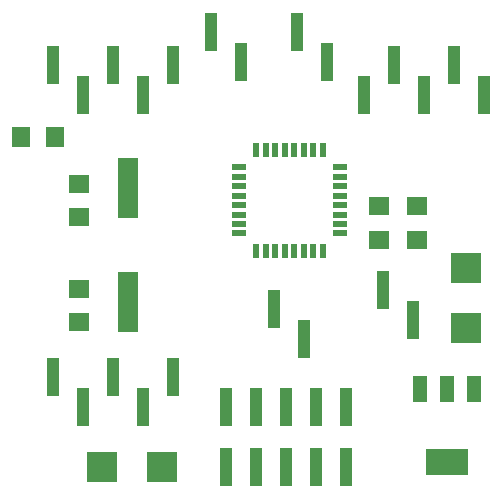
<source format=gtp>
G75*
%MOIN*%
%OFA0B0*%
%FSLAX24Y24*%
%IPPOS*%
%LPD*%
%AMOC8*
5,1,8,0,0,1.08239X$1,22.5*
%
%ADD10R,0.0500X0.0220*%
%ADD11R,0.0220X0.0500*%
%ADD12R,0.0400X0.1300*%
%ADD13R,0.0700X0.2000*%
%ADD14R,0.0709X0.0630*%
%ADD15R,0.0480X0.0880*%
%ADD16R,0.1417X0.0866*%
%ADD17R,0.0710X0.0630*%
%ADD18R,0.0630X0.0710*%
%ADD19R,0.0984X0.1004*%
%ADD20R,0.1004X0.0984*%
D10*
X009997Y010710D03*
X009997Y011025D03*
X009997Y011340D03*
X009997Y011655D03*
X009997Y011970D03*
X009997Y012285D03*
X009997Y012600D03*
X009997Y012915D03*
X013377Y012915D03*
X013377Y012600D03*
X013377Y012285D03*
X013377Y011970D03*
X013377Y011655D03*
X013377Y011340D03*
X013377Y011025D03*
X013377Y010710D03*
D11*
X012790Y010122D03*
X012475Y010122D03*
X012160Y010122D03*
X011845Y010122D03*
X011530Y010122D03*
X011215Y010122D03*
X010900Y010122D03*
X010585Y010122D03*
X010585Y013502D03*
X010900Y013502D03*
X011215Y013502D03*
X011530Y013502D03*
X011845Y013502D03*
X012160Y013502D03*
X012475Y013502D03*
X012790Y013502D03*
D12*
X004812Y004937D03*
X003812Y005937D03*
X005812Y005937D03*
X006812Y004937D03*
X007812Y005937D03*
X009562Y004937D03*
X010562Y004937D03*
X011562Y004937D03*
X012562Y004937D03*
X013562Y004937D03*
X013562Y002937D03*
X012562Y002937D03*
X011562Y002937D03*
X010562Y002937D03*
X009562Y002937D03*
X012187Y007187D03*
X011187Y008187D03*
X014812Y008812D03*
X015812Y007812D03*
X016187Y015312D03*
X015187Y016312D03*
X014187Y015312D03*
X012937Y016437D03*
X011937Y017437D03*
X010062Y016437D03*
X009062Y017437D03*
X007812Y016312D03*
X006812Y015312D03*
X005812Y016312D03*
X004812Y015312D03*
X003812Y016312D03*
X017187Y016312D03*
X018187Y015312D03*
D13*
X006312Y012212D03*
X006312Y008412D03*
D14*
X004687Y008864D03*
X004687Y007761D03*
X004687Y011261D03*
X004687Y012364D03*
D15*
X016028Y005532D03*
X016937Y005532D03*
X017847Y005532D03*
D16*
X016937Y003092D03*
D17*
X015937Y010503D03*
X015937Y011622D03*
X014687Y011622D03*
X014687Y010503D03*
D18*
X003872Y013937D03*
X002753Y013937D03*
D19*
X017562Y009556D03*
X017562Y007568D03*
D20*
X007431Y002937D03*
X005443Y002937D03*
M02*

</source>
